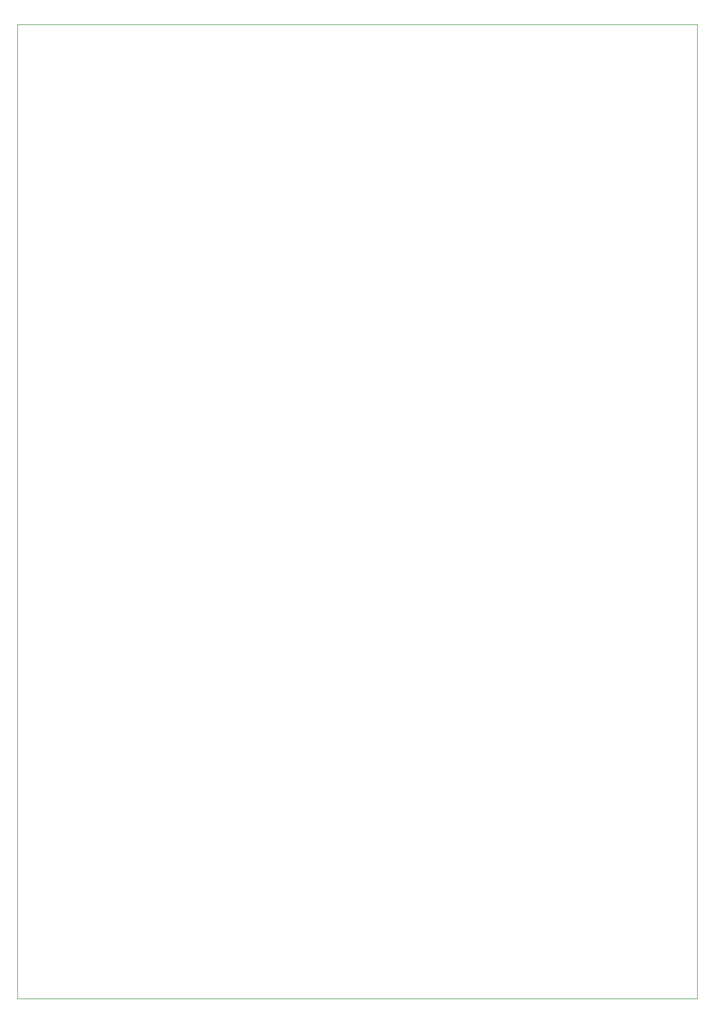
<source format=gbr>
G04 #@! TF.GenerationSoftware,KiCad,Pcbnew,5.1.5-52549c5~84~ubuntu18.04.1*
G04 #@! TF.CreationDate,2020-03-14T18:31:45-06:00*
G04 #@! TF.ProjectId,fuse-board-large,66757365-2d62-46f6-9172-642d6c617267,rev?*
G04 #@! TF.SameCoordinates,Original*
G04 #@! TF.FileFunction,Profile,NP*
%FSLAX46Y46*%
G04 Gerber Fmt 4.6, Leading zero omitted, Abs format (unit mm)*
G04 Created by KiCad (PCBNEW 5.1.5-52549c5~84~ubuntu18.04.1) date 2020-03-14 18:31:45*
%MOMM*%
%LPD*%
G04 APERTURE LIST*
%ADD10C,0.050000*%
G04 APERTURE END LIST*
D10*
X138000000Y-192000000D02*
X32000000Y-192000000D01*
X32000000Y-40000000D02*
X32000000Y-192000000D01*
X138000000Y-40000000D02*
X138000000Y-192000000D01*
X32000000Y-40000000D02*
X138000000Y-40000000D01*
M02*

</source>
